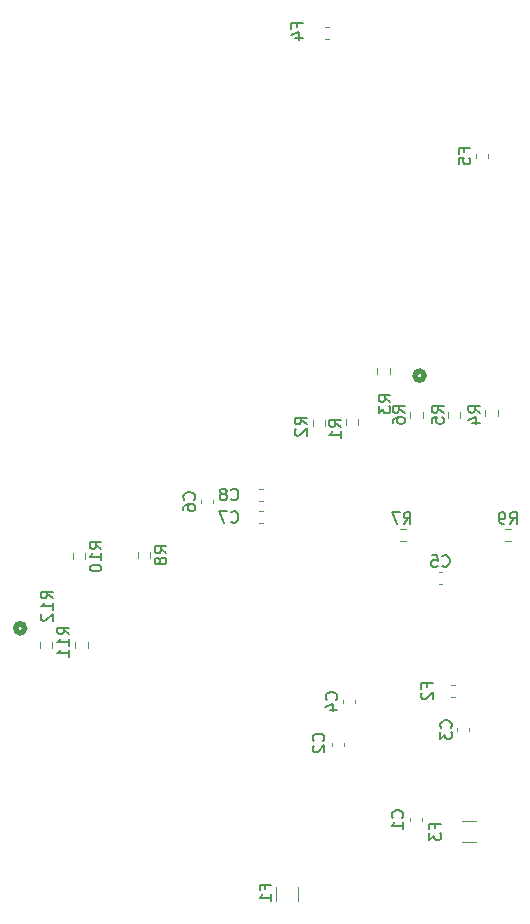
<source format=gbr>
%TF.GenerationSoftware,KiCad,Pcbnew,9.0.0*%
%TF.CreationDate,2025-03-23T00:24:25-05:00*%
%TF.ProjectId,WaterBlasterV2,57617465-7242-46c6-9173-74657256322e,rev?*%
%TF.SameCoordinates,Original*%
%TF.FileFunction,Legend,Bot*%
%TF.FilePolarity,Positive*%
%FSLAX46Y46*%
G04 Gerber Fmt 4.6, Leading zero omitted, Abs format (unit mm)*
G04 Created by KiCad (PCBNEW 9.0.0) date 2025-03-23 00:24:25*
%MOMM*%
%LPD*%
G01*
G04 APERTURE LIST*
%ADD10C,0.150000*%
%ADD11C,0.508000*%
%ADD12C,0.120000*%
G04 APERTURE END LIST*
D10*
X135859580Y-115413333D02*
X135907200Y-115365714D01*
X135907200Y-115365714D02*
X135954819Y-115222857D01*
X135954819Y-115222857D02*
X135954819Y-115127619D01*
X135954819Y-115127619D02*
X135907200Y-114984762D01*
X135907200Y-114984762D02*
X135811961Y-114889524D01*
X135811961Y-114889524D02*
X135716723Y-114841905D01*
X135716723Y-114841905D02*
X135526247Y-114794286D01*
X135526247Y-114794286D02*
X135383390Y-114794286D01*
X135383390Y-114794286D02*
X135192914Y-114841905D01*
X135192914Y-114841905D02*
X135097676Y-114889524D01*
X135097676Y-114889524D02*
X135002438Y-114984762D01*
X135002438Y-114984762D02*
X134954819Y-115127619D01*
X134954819Y-115127619D02*
X134954819Y-115222857D01*
X134954819Y-115222857D02*
X135002438Y-115365714D01*
X135002438Y-115365714D02*
X135050057Y-115413333D01*
X134954819Y-115746667D02*
X134954819Y-116365714D01*
X134954819Y-116365714D02*
X135335771Y-116032381D01*
X135335771Y-116032381D02*
X135335771Y-116175238D01*
X135335771Y-116175238D02*
X135383390Y-116270476D01*
X135383390Y-116270476D02*
X135431009Y-116318095D01*
X135431009Y-116318095D02*
X135526247Y-116365714D01*
X135526247Y-116365714D02*
X135764342Y-116365714D01*
X135764342Y-116365714D02*
X135859580Y-116318095D01*
X135859580Y-116318095D02*
X135907200Y-116270476D01*
X135907200Y-116270476D02*
X135954819Y-116175238D01*
X135954819Y-116175238D02*
X135954819Y-115889524D01*
X135954819Y-115889524D02*
X135907200Y-115794286D01*
X135907200Y-115794286D02*
X135859580Y-115746667D01*
X133831009Y-111966666D02*
X133831009Y-111633333D01*
X134354819Y-111633333D02*
X133354819Y-111633333D01*
X133354819Y-111633333D02*
X133354819Y-112109523D01*
X133450057Y-112442857D02*
X133402438Y-112490476D01*
X133402438Y-112490476D02*
X133354819Y-112585714D01*
X133354819Y-112585714D02*
X133354819Y-112823809D01*
X133354819Y-112823809D02*
X133402438Y-112919047D01*
X133402438Y-112919047D02*
X133450057Y-112966666D01*
X133450057Y-112966666D02*
X133545295Y-113014285D01*
X133545295Y-113014285D02*
X133640533Y-113014285D01*
X133640533Y-113014285D02*
X133783390Y-112966666D01*
X133783390Y-112966666D02*
X134354819Y-112395238D01*
X134354819Y-112395238D02*
X134354819Y-113014285D01*
X135136666Y-101699580D02*
X135184285Y-101747200D01*
X135184285Y-101747200D02*
X135327142Y-101794819D01*
X135327142Y-101794819D02*
X135422380Y-101794819D01*
X135422380Y-101794819D02*
X135565237Y-101747200D01*
X135565237Y-101747200D02*
X135660475Y-101651961D01*
X135660475Y-101651961D02*
X135708094Y-101556723D01*
X135708094Y-101556723D02*
X135755713Y-101366247D01*
X135755713Y-101366247D02*
X135755713Y-101223390D01*
X135755713Y-101223390D02*
X135708094Y-101032914D01*
X135708094Y-101032914D02*
X135660475Y-100937676D01*
X135660475Y-100937676D02*
X135565237Y-100842438D01*
X135565237Y-100842438D02*
X135422380Y-100794819D01*
X135422380Y-100794819D02*
X135327142Y-100794819D01*
X135327142Y-100794819D02*
X135184285Y-100842438D01*
X135184285Y-100842438D02*
X135136666Y-100890057D01*
X134231904Y-100794819D02*
X134708094Y-100794819D01*
X134708094Y-100794819D02*
X134755713Y-101271009D01*
X134755713Y-101271009D02*
X134708094Y-101223390D01*
X134708094Y-101223390D02*
X134612856Y-101175771D01*
X134612856Y-101175771D02*
X134374761Y-101175771D01*
X134374761Y-101175771D02*
X134279523Y-101223390D01*
X134279523Y-101223390D02*
X134231904Y-101271009D01*
X134231904Y-101271009D02*
X134184285Y-101366247D01*
X134184285Y-101366247D02*
X134184285Y-101604342D01*
X134184285Y-101604342D02*
X134231904Y-101699580D01*
X134231904Y-101699580D02*
X134279523Y-101747200D01*
X134279523Y-101747200D02*
X134374761Y-101794819D01*
X134374761Y-101794819D02*
X134612856Y-101794819D01*
X134612856Y-101794819D02*
X134708094Y-101747200D01*
X134708094Y-101747200D02*
X134755713Y-101699580D01*
X120153009Y-129039666D02*
X120153009Y-128706333D01*
X120676819Y-128706333D02*
X119676819Y-128706333D01*
X119676819Y-128706333D02*
X119676819Y-129182523D01*
X120676819Y-130087285D02*
X120676819Y-129515857D01*
X120676819Y-129801571D02*
X119676819Y-129801571D01*
X119676819Y-129801571D02*
X119819676Y-129706333D01*
X119819676Y-129706333D02*
X119914914Y-129611095D01*
X119914914Y-129611095D02*
X119962533Y-129515857D01*
X134531009Y-123866666D02*
X134531009Y-123533333D01*
X135054819Y-123533333D02*
X134054819Y-123533333D01*
X134054819Y-123533333D02*
X134054819Y-124009523D01*
X134054819Y-124295238D02*
X134054819Y-124914285D01*
X134054819Y-124914285D02*
X134435771Y-124580952D01*
X134435771Y-124580952D02*
X134435771Y-124723809D01*
X134435771Y-124723809D02*
X134483390Y-124819047D01*
X134483390Y-124819047D02*
X134531009Y-124866666D01*
X134531009Y-124866666D02*
X134626247Y-124914285D01*
X134626247Y-124914285D02*
X134864342Y-124914285D01*
X134864342Y-124914285D02*
X134959580Y-124866666D01*
X134959580Y-124866666D02*
X135007200Y-124819047D01*
X135007200Y-124819047D02*
X135054819Y-124723809D01*
X135054819Y-124723809D02*
X135054819Y-124438095D01*
X135054819Y-124438095D02*
X135007200Y-124342857D01*
X135007200Y-124342857D02*
X134959580Y-124295238D01*
X117266666Y-97959580D02*
X117314285Y-98007200D01*
X117314285Y-98007200D02*
X117457142Y-98054819D01*
X117457142Y-98054819D02*
X117552380Y-98054819D01*
X117552380Y-98054819D02*
X117695237Y-98007200D01*
X117695237Y-98007200D02*
X117790475Y-97911961D01*
X117790475Y-97911961D02*
X117838094Y-97816723D01*
X117838094Y-97816723D02*
X117885713Y-97626247D01*
X117885713Y-97626247D02*
X117885713Y-97483390D01*
X117885713Y-97483390D02*
X117838094Y-97292914D01*
X117838094Y-97292914D02*
X117790475Y-97197676D01*
X117790475Y-97197676D02*
X117695237Y-97102438D01*
X117695237Y-97102438D02*
X117552380Y-97054819D01*
X117552380Y-97054819D02*
X117457142Y-97054819D01*
X117457142Y-97054819D02*
X117314285Y-97102438D01*
X117314285Y-97102438D02*
X117266666Y-97150057D01*
X116933332Y-97054819D02*
X116266666Y-97054819D01*
X116266666Y-97054819D02*
X116695237Y-98054819D01*
X137001009Y-66654166D02*
X137001009Y-66320833D01*
X137524819Y-66320833D02*
X136524819Y-66320833D01*
X136524819Y-66320833D02*
X136524819Y-66797023D01*
X136524819Y-67654166D02*
X136524819Y-67177976D01*
X136524819Y-67177976D02*
X137001009Y-67130357D01*
X137001009Y-67130357D02*
X136953390Y-67177976D01*
X136953390Y-67177976D02*
X136905771Y-67273214D01*
X136905771Y-67273214D02*
X136905771Y-67511309D01*
X136905771Y-67511309D02*
X136953390Y-67606547D01*
X136953390Y-67606547D02*
X137001009Y-67654166D01*
X137001009Y-67654166D02*
X137096247Y-67701785D01*
X137096247Y-67701785D02*
X137334342Y-67701785D01*
X137334342Y-67701785D02*
X137429580Y-67654166D01*
X137429580Y-67654166D02*
X137477200Y-67606547D01*
X137477200Y-67606547D02*
X137524819Y-67511309D01*
X137524819Y-67511309D02*
X137524819Y-67273214D01*
X137524819Y-67273214D02*
X137477200Y-67177976D01*
X137477200Y-67177976D02*
X137429580Y-67130357D01*
X117266666Y-96059580D02*
X117314285Y-96107200D01*
X117314285Y-96107200D02*
X117457142Y-96154819D01*
X117457142Y-96154819D02*
X117552380Y-96154819D01*
X117552380Y-96154819D02*
X117695237Y-96107200D01*
X117695237Y-96107200D02*
X117790475Y-96011961D01*
X117790475Y-96011961D02*
X117838094Y-95916723D01*
X117838094Y-95916723D02*
X117885713Y-95726247D01*
X117885713Y-95726247D02*
X117885713Y-95583390D01*
X117885713Y-95583390D02*
X117838094Y-95392914D01*
X117838094Y-95392914D02*
X117790475Y-95297676D01*
X117790475Y-95297676D02*
X117695237Y-95202438D01*
X117695237Y-95202438D02*
X117552380Y-95154819D01*
X117552380Y-95154819D02*
X117457142Y-95154819D01*
X117457142Y-95154819D02*
X117314285Y-95202438D01*
X117314285Y-95202438D02*
X117266666Y-95250057D01*
X116695237Y-95583390D02*
X116790475Y-95535771D01*
X116790475Y-95535771D02*
X116838094Y-95488152D01*
X116838094Y-95488152D02*
X116885713Y-95392914D01*
X116885713Y-95392914D02*
X116885713Y-95345295D01*
X116885713Y-95345295D02*
X116838094Y-95250057D01*
X116838094Y-95250057D02*
X116790475Y-95202438D01*
X116790475Y-95202438D02*
X116695237Y-95154819D01*
X116695237Y-95154819D02*
X116504761Y-95154819D01*
X116504761Y-95154819D02*
X116409523Y-95202438D01*
X116409523Y-95202438D02*
X116361904Y-95250057D01*
X116361904Y-95250057D02*
X116314285Y-95345295D01*
X116314285Y-95345295D02*
X116314285Y-95392914D01*
X116314285Y-95392914D02*
X116361904Y-95488152D01*
X116361904Y-95488152D02*
X116409523Y-95535771D01*
X116409523Y-95535771D02*
X116504761Y-95583390D01*
X116504761Y-95583390D02*
X116695237Y-95583390D01*
X116695237Y-95583390D02*
X116790475Y-95631009D01*
X116790475Y-95631009D02*
X116838094Y-95678628D01*
X116838094Y-95678628D02*
X116885713Y-95773866D01*
X116885713Y-95773866D02*
X116885713Y-95964342D01*
X116885713Y-95964342D02*
X116838094Y-96059580D01*
X116838094Y-96059580D02*
X116790475Y-96107200D01*
X116790475Y-96107200D02*
X116695237Y-96154819D01*
X116695237Y-96154819D02*
X116504761Y-96154819D01*
X116504761Y-96154819D02*
X116409523Y-96107200D01*
X116409523Y-96107200D02*
X116361904Y-96059580D01*
X116361904Y-96059580D02*
X116314285Y-95964342D01*
X116314285Y-95964342D02*
X116314285Y-95773866D01*
X116314285Y-95773866D02*
X116361904Y-95678628D01*
X116361904Y-95678628D02*
X116409523Y-95631009D01*
X116409523Y-95631009D02*
X116504761Y-95583390D01*
X131759580Y-123033333D02*
X131807200Y-122985714D01*
X131807200Y-122985714D02*
X131854819Y-122842857D01*
X131854819Y-122842857D02*
X131854819Y-122747619D01*
X131854819Y-122747619D02*
X131807200Y-122604762D01*
X131807200Y-122604762D02*
X131711961Y-122509524D01*
X131711961Y-122509524D02*
X131616723Y-122461905D01*
X131616723Y-122461905D02*
X131426247Y-122414286D01*
X131426247Y-122414286D02*
X131283390Y-122414286D01*
X131283390Y-122414286D02*
X131092914Y-122461905D01*
X131092914Y-122461905D02*
X130997676Y-122509524D01*
X130997676Y-122509524D02*
X130902438Y-122604762D01*
X130902438Y-122604762D02*
X130854819Y-122747619D01*
X130854819Y-122747619D02*
X130854819Y-122842857D01*
X130854819Y-122842857D02*
X130902438Y-122985714D01*
X130902438Y-122985714D02*
X130950057Y-123033333D01*
X131854819Y-123985714D02*
X131854819Y-123414286D01*
X131854819Y-123700000D02*
X130854819Y-123700000D01*
X130854819Y-123700000D02*
X130997676Y-123604762D01*
X130997676Y-123604762D02*
X131092914Y-123509524D01*
X131092914Y-123509524D02*
X131140533Y-123414286D01*
X125059580Y-116533333D02*
X125107200Y-116485714D01*
X125107200Y-116485714D02*
X125154819Y-116342857D01*
X125154819Y-116342857D02*
X125154819Y-116247619D01*
X125154819Y-116247619D02*
X125107200Y-116104762D01*
X125107200Y-116104762D02*
X125011961Y-116009524D01*
X125011961Y-116009524D02*
X124916723Y-115961905D01*
X124916723Y-115961905D02*
X124726247Y-115914286D01*
X124726247Y-115914286D02*
X124583390Y-115914286D01*
X124583390Y-115914286D02*
X124392914Y-115961905D01*
X124392914Y-115961905D02*
X124297676Y-116009524D01*
X124297676Y-116009524D02*
X124202438Y-116104762D01*
X124202438Y-116104762D02*
X124154819Y-116247619D01*
X124154819Y-116247619D02*
X124154819Y-116342857D01*
X124154819Y-116342857D02*
X124202438Y-116485714D01*
X124202438Y-116485714D02*
X124250057Y-116533333D01*
X124250057Y-116914286D02*
X124202438Y-116961905D01*
X124202438Y-116961905D02*
X124154819Y-117057143D01*
X124154819Y-117057143D02*
X124154819Y-117295238D01*
X124154819Y-117295238D02*
X124202438Y-117390476D01*
X124202438Y-117390476D02*
X124250057Y-117438095D01*
X124250057Y-117438095D02*
X124345295Y-117485714D01*
X124345295Y-117485714D02*
X124440533Y-117485714D01*
X124440533Y-117485714D02*
X124583390Y-117438095D01*
X124583390Y-117438095D02*
X125154819Y-116866667D01*
X125154819Y-116866667D02*
X125154819Y-117485714D01*
X126169580Y-113033333D02*
X126217200Y-112985714D01*
X126217200Y-112985714D02*
X126264819Y-112842857D01*
X126264819Y-112842857D02*
X126264819Y-112747619D01*
X126264819Y-112747619D02*
X126217200Y-112604762D01*
X126217200Y-112604762D02*
X126121961Y-112509524D01*
X126121961Y-112509524D02*
X126026723Y-112461905D01*
X126026723Y-112461905D02*
X125836247Y-112414286D01*
X125836247Y-112414286D02*
X125693390Y-112414286D01*
X125693390Y-112414286D02*
X125502914Y-112461905D01*
X125502914Y-112461905D02*
X125407676Y-112509524D01*
X125407676Y-112509524D02*
X125312438Y-112604762D01*
X125312438Y-112604762D02*
X125264819Y-112747619D01*
X125264819Y-112747619D02*
X125264819Y-112842857D01*
X125264819Y-112842857D02*
X125312438Y-112985714D01*
X125312438Y-112985714D02*
X125360057Y-113033333D01*
X125598152Y-113890476D02*
X126264819Y-113890476D01*
X125217200Y-113652381D02*
X125931485Y-113414286D01*
X125931485Y-113414286D02*
X125931485Y-114033333D01*
X114118580Y-96099333D02*
X114166200Y-96051714D01*
X114166200Y-96051714D02*
X114213819Y-95908857D01*
X114213819Y-95908857D02*
X114213819Y-95813619D01*
X114213819Y-95813619D02*
X114166200Y-95670762D01*
X114166200Y-95670762D02*
X114070961Y-95575524D01*
X114070961Y-95575524D02*
X113975723Y-95527905D01*
X113975723Y-95527905D02*
X113785247Y-95480286D01*
X113785247Y-95480286D02*
X113642390Y-95480286D01*
X113642390Y-95480286D02*
X113451914Y-95527905D01*
X113451914Y-95527905D02*
X113356676Y-95575524D01*
X113356676Y-95575524D02*
X113261438Y-95670762D01*
X113261438Y-95670762D02*
X113213819Y-95813619D01*
X113213819Y-95813619D02*
X113213819Y-95908857D01*
X113213819Y-95908857D02*
X113261438Y-96051714D01*
X113261438Y-96051714D02*
X113309057Y-96099333D01*
X113213819Y-96956476D02*
X113213819Y-96766000D01*
X113213819Y-96766000D02*
X113261438Y-96670762D01*
X113261438Y-96670762D02*
X113309057Y-96623143D01*
X113309057Y-96623143D02*
X113451914Y-96527905D01*
X113451914Y-96527905D02*
X113642390Y-96480286D01*
X113642390Y-96480286D02*
X114023342Y-96480286D01*
X114023342Y-96480286D02*
X114118580Y-96527905D01*
X114118580Y-96527905D02*
X114166200Y-96575524D01*
X114166200Y-96575524D02*
X114213819Y-96670762D01*
X114213819Y-96670762D02*
X114213819Y-96861238D01*
X114213819Y-96861238D02*
X114166200Y-96956476D01*
X114166200Y-96956476D02*
X114118580Y-97004095D01*
X114118580Y-97004095D02*
X114023342Y-97051714D01*
X114023342Y-97051714D02*
X113785247Y-97051714D01*
X113785247Y-97051714D02*
X113690009Y-97004095D01*
X113690009Y-97004095D02*
X113642390Y-96956476D01*
X113642390Y-96956476D02*
X113594771Y-96861238D01*
X113594771Y-96861238D02*
X113594771Y-96670762D01*
X113594771Y-96670762D02*
X113642390Y-96575524D01*
X113642390Y-96575524D02*
X113690009Y-96527905D01*
X113690009Y-96527905D02*
X113785247Y-96480286D01*
X122831009Y-56066666D02*
X122831009Y-55733333D01*
X123354819Y-55733333D02*
X122354819Y-55733333D01*
X122354819Y-55733333D02*
X122354819Y-56209523D01*
X122688152Y-57019047D02*
X123354819Y-57019047D01*
X122307200Y-56780952D02*
X123021485Y-56542857D01*
X123021485Y-56542857D02*
X123021485Y-57161904D01*
X131866666Y-98154819D02*
X132199999Y-97678628D01*
X132438094Y-98154819D02*
X132438094Y-97154819D01*
X132438094Y-97154819D02*
X132057142Y-97154819D01*
X132057142Y-97154819D02*
X131961904Y-97202438D01*
X131961904Y-97202438D02*
X131914285Y-97250057D01*
X131914285Y-97250057D02*
X131866666Y-97345295D01*
X131866666Y-97345295D02*
X131866666Y-97488152D01*
X131866666Y-97488152D02*
X131914285Y-97583390D01*
X131914285Y-97583390D02*
X131961904Y-97631009D01*
X131961904Y-97631009D02*
X132057142Y-97678628D01*
X132057142Y-97678628D02*
X132438094Y-97678628D01*
X131533332Y-97154819D02*
X130866666Y-97154819D01*
X130866666Y-97154819D02*
X131295237Y-98154819D01*
X111784819Y-100633333D02*
X111308628Y-100300000D01*
X111784819Y-100061905D02*
X110784819Y-100061905D01*
X110784819Y-100061905D02*
X110784819Y-100442857D01*
X110784819Y-100442857D02*
X110832438Y-100538095D01*
X110832438Y-100538095D02*
X110880057Y-100585714D01*
X110880057Y-100585714D02*
X110975295Y-100633333D01*
X110975295Y-100633333D02*
X111118152Y-100633333D01*
X111118152Y-100633333D02*
X111213390Y-100585714D01*
X111213390Y-100585714D02*
X111261009Y-100538095D01*
X111261009Y-100538095D02*
X111308628Y-100442857D01*
X111308628Y-100442857D02*
X111308628Y-100061905D01*
X111213390Y-101204762D02*
X111165771Y-101109524D01*
X111165771Y-101109524D02*
X111118152Y-101061905D01*
X111118152Y-101061905D02*
X111022914Y-101014286D01*
X111022914Y-101014286D02*
X110975295Y-101014286D01*
X110975295Y-101014286D02*
X110880057Y-101061905D01*
X110880057Y-101061905D02*
X110832438Y-101109524D01*
X110832438Y-101109524D02*
X110784819Y-101204762D01*
X110784819Y-101204762D02*
X110784819Y-101395238D01*
X110784819Y-101395238D02*
X110832438Y-101490476D01*
X110832438Y-101490476D02*
X110880057Y-101538095D01*
X110880057Y-101538095D02*
X110975295Y-101585714D01*
X110975295Y-101585714D02*
X111022914Y-101585714D01*
X111022914Y-101585714D02*
X111118152Y-101538095D01*
X111118152Y-101538095D02*
X111165771Y-101490476D01*
X111165771Y-101490476D02*
X111213390Y-101395238D01*
X111213390Y-101395238D02*
X111213390Y-101204762D01*
X111213390Y-101204762D02*
X111261009Y-101109524D01*
X111261009Y-101109524D02*
X111308628Y-101061905D01*
X111308628Y-101061905D02*
X111403866Y-101014286D01*
X111403866Y-101014286D02*
X111594342Y-101014286D01*
X111594342Y-101014286D02*
X111689580Y-101061905D01*
X111689580Y-101061905D02*
X111737200Y-101109524D01*
X111737200Y-101109524D02*
X111784819Y-101204762D01*
X111784819Y-101204762D02*
X111784819Y-101395238D01*
X111784819Y-101395238D02*
X111737200Y-101490476D01*
X111737200Y-101490476D02*
X111689580Y-101538095D01*
X111689580Y-101538095D02*
X111594342Y-101585714D01*
X111594342Y-101585714D02*
X111403866Y-101585714D01*
X111403866Y-101585714D02*
X111308628Y-101538095D01*
X111308628Y-101538095D02*
X111261009Y-101490476D01*
X111261009Y-101490476D02*
X111213390Y-101395238D01*
X140866666Y-98154819D02*
X141199999Y-97678628D01*
X141438094Y-98154819D02*
X141438094Y-97154819D01*
X141438094Y-97154819D02*
X141057142Y-97154819D01*
X141057142Y-97154819D02*
X140961904Y-97202438D01*
X140961904Y-97202438D02*
X140914285Y-97250057D01*
X140914285Y-97250057D02*
X140866666Y-97345295D01*
X140866666Y-97345295D02*
X140866666Y-97488152D01*
X140866666Y-97488152D02*
X140914285Y-97583390D01*
X140914285Y-97583390D02*
X140961904Y-97631009D01*
X140961904Y-97631009D02*
X141057142Y-97678628D01*
X141057142Y-97678628D02*
X141438094Y-97678628D01*
X140390475Y-98154819D02*
X140199999Y-98154819D01*
X140199999Y-98154819D02*
X140104761Y-98107200D01*
X140104761Y-98107200D02*
X140057142Y-98059580D01*
X140057142Y-98059580D02*
X139961904Y-97916723D01*
X139961904Y-97916723D02*
X139914285Y-97726247D01*
X139914285Y-97726247D02*
X139914285Y-97345295D01*
X139914285Y-97345295D02*
X139961904Y-97250057D01*
X139961904Y-97250057D02*
X140009523Y-97202438D01*
X140009523Y-97202438D02*
X140104761Y-97154819D01*
X140104761Y-97154819D02*
X140295237Y-97154819D01*
X140295237Y-97154819D02*
X140390475Y-97202438D01*
X140390475Y-97202438D02*
X140438094Y-97250057D01*
X140438094Y-97250057D02*
X140485713Y-97345295D01*
X140485713Y-97345295D02*
X140485713Y-97583390D01*
X140485713Y-97583390D02*
X140438094Y-97678628D01*
X140438094Y-97678628D02*
X140390475Y-97726247D01*
X140390475Y-97726247D02*
X140295237Y-97773866D01*
X140295237Y-97773866D02*
X140104761Y-97773866D01*
X140104761Y-97773866D02*
X140009523Y-97726247D01*
X140009523Y-97726247D02*
X139961904Y-97678628D01*
X139961904Y-97678628D02*
X139914285Y-97583390D01*
X106284819Y-100257142D02*
X105808628Y-99923809D01*
X106284819Y-99685714D02*
X105284819Y-99685714D01*
X105284819Y-99685714D02*
X105284819Y-100066666D01*
X105284819Y-100066666D02*
X105332438Y-100161904D01*
X105332438Y-100161904D02*
X105380057Y-100209523D01*
X105380057Y-100209523D02*
X105475295Y-100257142D01*
X105475295Y-100257142D02*
X105618152Y-100257142D01*
X105618152Y-100257142D02*
X105713390Y-100209523D01*
X105713390Y-100209523D02*
X105761009Y-100161904D01*
X105761009Y-100161904D02*
X105808628Y-100066666D01*
X105808628Y-100066666D02*
X105808628Y-99685714D01*
X106284819Y-101209523D02*
X106284819Y-100638095D01*
X106284819Y-100923809D02*
X105284819Y-100923809D01*
X105284819Y-100923809D02*
X105427676Y-100828571D01*
X105427676Y-100828571D02*
X105522914Y-100733333D01*
X105522914Y-100733333D02*
X105570533Y-100638095D01*
X105284819Y-101828571D02*
X105284819Y-101923809D01*
X105284819Y-101923809D02*
X105332438Y-102019047D01*
X105332438Y-102019047D02*
X105380057Y-102066666D01*
X105380057Y-102066666D02*
X105475295Y-102114285D01*
X105475295Y-102114285D02*
X105665771Y-102161904D01*
X105665771Y-102161904D02*
X105903866Y-102161904D01*
X105903866Y-102161904D02*
X106094342Y-102114285D01*
X106094342Y-102114285D02*
X106189580Y-102066666D01*
X106189580Y-102066666D02*
X106237200Y-102019047D01*
X106237200Y-102019047D02*
X106284819Y-101923809D01*
X106284819Y-101923809D02*
X106284819Y-101828571D01*
X106284819Y-101828571D02*
X106237200Y-101733333D01*
X106237200Y-101733333D02*
X106189580Y-101685714D01*
X106189580Y-101685714D02*
X106094342Y-101638095D01*
X106094342Y-101638095D02*
X105903866Y-101590476D01*
X105903866Y-101590476D02*
X105665771Y-101590476D01*
X105665771Y-101590476D02*
X105475295Y-101638095D01*
X105475295Y-101638095D02*
X105380057Y-101685714D01*
X105380057Y-101685714D02*
X105332438Y-101733333D01*
X105332438Y-101733333D02*
X105284819Y-101828571D01*
X103554819Y-107502418D02*
X103078628Y-107169085D01*
X103554819Y-106930990D02*
X102554819Y-106930990D01*
X102554819Y-106930990D02*
X102554819Y-107311942D01*
X102554819Y-107311942D02*
X102602438Y-107407180D01*
X102602438Y-107407180D02*
X102650057Y-107454799D01*
X102650057Y-107454799D02*
X102745295Y-107502418D01*
X102745295Y-107502418D02*
X102888152Y-107502418D01*
X102888152Y-107502418D02*
X102983390Y-107454799D01*
X102983390Y-107454799D02*
X103031009Y-107407180D01*
X103031009Y-107407180D02*
X103078628Y-107311942D01*
X103078628Y-107311942D02*
X103078628Y-106930990D01*
X103554819Y-108454799D02*
X103554819Y-107883371D01*
X103554819Y-108169085D02*
X102554819Y-108169085D01*
X102554819Y-108169085D02*
X102697676Y-108073847D01*
X102697676Y-108073847D02*
X102792914Y-107978609D01*
X102792914Y-107978609D02*
X102840533Y-107883371D01*
X103554819Y-109407180D02*
X103554819Y-108835752D01*
X103554819Y-109121466D02*
X102554819Y-109121466D01*
X102554819Y-109121466D02*
X102697676Y-109026228D01*
X102697676Y-109026228D02*
X102792914Y-108930990D01*
X102792914Y-108930990D02*
X102840533Y-108835752D01*
X102154819Y-104457142D02*
X101678628Y-104123809D01*
X102154819Y-103885714D02*
X101154819Y-103885714D01*
X101154819Y-103885714D02*
X101154819Y-104266666D01*
X101154819Y-104266666D02*
X101202438Y-104361904D01*
X101202438Y-104361904D02*
X101250057Y-104409523D01*
X101250057Y-104409523D02*
X101345295Y-104457142D01*
X101345295Y-104457142D02*
X101488152Y-104457142D01*
X101488152Y-104457142D02*
X101583390Y-104409523D01*
X101583390Y-104409523D02*
X101631009Y-104361904D01*
X101631009Y-104361904D02*
X101678628Y-104266666D01*
X101678628Y-104266666D02*
X101678628Y-103885714D01*
X102154819Y-105409523D02*
X102154819Y-104838095D01*
X102154819Y-105123809D02*
X101154819Y-105123809D01*
X101154819Y-105123809D02*
X101297676Y-105028571D01*
X101297676Y-105028571D02*
X101392914Y-104933333D01*
X101392914Y-104933333D02*
X101440533Y-104838095D01*
X101250057Y-105790476D02*
X101202438Y-105838095D01*
X101202438Y-105838095D02*
X101154819Y-105933333D01*
X101154819Y-105933333D02*
X101154819Y-106171428D01*
X101154819Y-106171428D02*
X101202438Y-106266666D01*
X101202438Y-106266666D02*
X101250057Y-106314285D01*
X101250057Y-106314285D02*
X101345295Y-106361904D01*
X101345295Y-106361904D02*
X101440533Y-106361904D01*
X101440533Y-106361904D02*
X101583390Y-106314285D01*
X101583390Y-106314285D02*
X102154819Y-105742857D01*
X102154819Y-105742857D02*
X102154819Y-106361904D01*
X131954819Y-88733333D02*
X131478628Y-88400000D01*
X131954819Y-88161905D02*
X130954819Y-88161905D01*
X130954819Y-88161905D02*
X130954819Y-88542857D01*
X130954819Y-88542857D02*
X131002438Y-88638095D01*
X131002438Y-88638095D02*
X131050057Y-88685714D01*
X131050057Y-88685714D02*
X131145295Y-88733333D01*
X131145295Y-88733333D02*
X131288152Y-88733333D01*
X131288152Y-88733333D02*
X131383390Y-88685714D01*
X131383390Y-88685714D02*
X131431009Y-88638095D01*
X131431009Y-88638095D02*
X131478628Y-88542857D01*
X131478628Y-88542857D02*
X131478628Y-88161905D01*
X130954819Y-89590476D02*
X130954819Y-89400000D01*
X130954819Y-89400000D02*
X131002438Y-89304762D01*
X131002438Y-89304762D02*
X131050057Y-89257143D01*
X131050057Y-89257143D02*
X131192914Y-89161905D01*
X131192914Y-89161905D02*
X131383390Y-89114286D01*
X131383390Y-89114286D02*
X131764342Y-89114286D01*
X131764342Y-89114286D02*
X131859580Y-89161905D01*
X131859580Y-89161905D02*
X131907200Y-89209524D01*
X131907200Y-89209524D02*
X131954819Y-89304762D01*
X131954819Y-89304762D02*
X131954819Y-89495238D01*
X131954819Y-89495238D02*
X131907200Y-89590476D01*
X131907200Y-89590476D02*
X131859580Y-89638095D01*
X131859580Y-89638095D02*
X131764342Y-89685714D01*
X131764342Y-89685714D02*
X131526247Y-89685714D01*
X131526247Y-89685714D02*
X131431009Y-89638095D01*
X131431009Y-89638095D02*
X131383390Y-89590476D01*
X131383390Y-89590476D02*
X131335771Y-89495238D01*
X131335771Y-89495238D02*
X131335771Y-89304762D01*
X131335771Y-89304762D02*
X131383390Y-89209524D01*
X131383390Y-89209524D02*
X131431009Y-89161905D01*
X131431009Y-89161905D02*
X131526247Y-89114286D01*
X130754819Y-87833333D02*
X130278628Y-87500000D01*
X130754819Y-87261905D02*
X129754819Y-87261905D01*
X129754819Y-87261905D02*
X129754819Y-87642857D01*
X129754819Y-87642857D02*
X129802438Y-87738095D01*
X129802438Y-87738095D02*
X129850057Y-87785714D01*
X129850057Y-87785714D02*
X129945295Y-87833333D01*
X129945295Y-87833333D02*
X130088152Y-87833333D01*
X130088152Y-87833333D02*
X130183390Y-87785714D01*
X130183390Y-87785714D02*
X130231009Y-87738095D01*
X130231009Y-87738095D02*
X130278628Y-87642857D01*
X130278628Y-87642857D02*
X130278628Y-87261905D01*
X129754819Y-88166667D02*
X129754819Y-88785714D01*
X129754819Y-88785714D02*
X130135771Y-88452381D01*
X130135771Y-88452381D02*
X130135771Y-88595238D01*
X130135771Y-88595238D02*
X130183390Y-88690476D01*
X130183390Y-88690476D02*
X130231009Y-88738095D01*
X130231009Y-88738095D02*
X130326247Y-88785714D01*
X130326247Y-88785714D02*
X130564342Y-88785714D01*
X130564342Y-88785714D02*
X130659580Y-88738095D01*
X130659580Y-88738095D02*
X130707200Y-88690476D01*
X130707200Y-88690476D02*
X130754819Y-88595238D01*
X130754819Y-88595238D02*
X130754819Y-88309524D01*
X130754819Y-88309524D02*
X130707200Y-88214286D01*
X130707200Y-88214286D02*
X130659580Y-88166667D01*
X123654819Y-89726557D02*
X123178628Y-89393224D01*
X123654819Y-89155129D02*
X122654819Y-89155129D01*
X122654819Y-89155129D02*
X122654819Y-89536081D01*
X122654819Y-89536081D02*
X122702438Y-89631319D01*
X122702438Y-89631319D02*
X122750057Y-89678938D01*
X122750057Y-89678938D02*
X122845295Y-89726557D01*
X122845295Y-89726557D02*
X122988152Y-89726557D01*
X122988152Y-89726557D02*
X123083390Y-89678938D01*
X123083390Y-89678938D02*
X123131009Y-89631319D01*
X123131009Y-89631319D02*
X123178628Y-89536081D01*
X123178628Y-89536081D02*
X123178628Y-89155129D01*
X122750057Y-90107510D02*
X122702438Y-90155129D01*
X122702438Y-90155129D02*
X122654819Y-90250367D01*
X122654819Y-90250367D02*
X122654819Y-90488462D01*
X122654819Y-90488462D02*
X122702438Y-90583700D01*
X122702438Y-90583700D02*
X122750057Y-90631319D01*
X122750057Y-90631319D02*
X122845295Y-90678938D01*
X122845295Y-90678938D02*
X122940533Y-90678938D01*
X122940533Y-90678938D02*
X123083390Y-90631319D01*
X123083390Y-90631319D02*
X123654819Y-90059891D01*
X123654819Y-90059891D02*
X123654819Y-90678938D01*
X135254819Y-88733333D02*
X134778628Y-88400000D01*
X135254819Y-88161905D02*
X134254819Y-88161905D01*
X134254819Y-88161905D02*
X134254819Y-88542857D01*
X134254819Y-88542857D02*
X134302438Y-88638095D01*
X134302438Y-88638095D02*
X134350057Y-88685714D01*
X134350057Y-88685714D02*
X134445295Y-88733333D01*
X134445295Y-88733333D02*
X134588152Y-88733333D01*
X134588152Y-88733333D02*
X134683390Y-88685714D01*
X134683390Y-88685714D02*
X134731009Y-88638095D01*
X134731009Y-88638095D02*
X134778628Y-88542857D01*
X134778628Y-88542857D02*
X134778628Y-88161905D01*
X134254819Y-89638095D02*
X134254819Y-89161905D01*
X134254819Y-89161905D02*
X134731009Y-89114286D01*
X134731009Y-89114286D02*
X134683390Y-89161905D01*
X134683390Y-89161905D02*
X134635771Y-89257143D01*
X134635771Y-89257143D02*
X134635771Y-89495238D01*
X134635771Y-89495238D02*
X134683390Y-89590476D01*
X134683390Y-89590476D02*
X134731009Y-89638095D01*
X134731009Y-89638095D02*
X134826247Y-89685714D01*
X134826247Y-89685714D02*
X135064342Y-89685714D01*
X135064342Y-89685714D02*
X135159580Y-89638095D01*
X135159580Y-89638095D02*
X135207200Y-89590476D01*
X135207200Y-89590476D02*
X135254819Y-89495238D01*
X135254819Y-89495238D02*
X135254819Y-89257143D01*
X135254819Y-89257143D02*
X135207200Y-89161905D01*
X135207200Y-89161905D02*
X135159580Y-89114286D01*
X138354819Y-88733333D02*
X137878628Y-88400000D01*
X138354819Y-88161905D02*
X137354819Y-88161905D01*
X137354819Y-88161905D02*
X137354819Y-88542857D01*
X137354819Y-88542857D02*
X137402438Y-88638095D01*
X137402438Y-88638095D02*
X137450057Y-88685714D01*
X137450057Y-88685714D02*
X137545295Y-88733333D01*
X137545295Y-88733333D02*
X137688152Y-88733333D01*
X137688152Y-88733333D02*
X137783390Y-88685714D01*
X137783390Y-88685714D02*
X137831009Y-88638095D01*
X137831009Y-88638095D02*
X137878628Y-88542857D01*
X137878628Y-88542857D02*
X137878628Y-88161905D01*
X137688152Y-89590476D02*
X138354819Y-89590476D01*
X137307200Y-89352381D02*
X138021485Y-89114286D01*
X138021485Y-89114286D02*
X138021485Y-89733333D01*
X126554819Y-89933333D02*
X126078628Y-89600000D01*
X126554819Y-89361905D02*
X125554819Y-89361905D01*
X125554819Y-89361905D02*
X125554819Y-89742857D01*
X125554819Y-89742857D02*
X125602438Y-89838095D01*
X125602438Y-89838095D02*
X125650057Y-89885714D01*
X125650057Y-89885714D02*
X125745295Y-89933333D01*
X125745295Y-89933333D02*
X125888152Y-89933333D01*
X125888152Y-89933333D02*
X125983390Y-89885714D01*
X125983390Y-89885714D02*
X126031009Y-89838095D01*
X126031009Y-89838095D02*
X126078628Y-89742857D01*
X126078628Y-89742857D02*
X126078628Y-89361905D01*
X126554819Y-90885714D02*
X126554819Y-90314286D01*
X126554819Y-90600000D02*
X125554819Y-90600000D01*
X125554819Y-90600000D02*
X125697676Y-90504762D01*
X125697676Y-90504762D02*
X125792914Y-90409524D01*
X125792914Y-90409524D02*
X125840533Y-90314286D01*
D11*
%TO.C,J3*%
X133604000Y-85598000D02*
G75*
G02*
X132842000Y-85598000I-381000J0D01*
G01*
X132842000Y-85598000D02*
G75*
G02*
X133604000Y-85598000I381000J0D01*
G01*
%TO.C,J4*%
X99781000Y-106986700D02*
G75*
G02*
X99019000Y-106986700I-381000J0D01*
G01*
X99019000Y-106986700D02*
G75*
G02*
X99781000Y-106986700I381000J0D01*
G01*
D12*
%TO.C,C3*%
X137440000Y-115433733D02*
X137440000Y-115726267D01*
X136420000Y-115433733D02*
X136420000Y-115726267D01*
%TO.C,F2*%
X135877221Y-111770000D02*
X136202779Y-111770000D01*
X135877221Y-112790000D02*
X136202779Y-112790000D01*
%TO.C,C5*%
X135116267Y-103280000D02*
X134823733Y-103280000D01*
X135116267Y-102260000D02*
X134823733Y-102260000D01*
%TO.C,F1*%
X122910000Y-130102064D02*
X122910000Y-128897936D01*
X121090000Y-130102064D02*
X121090000Y-128897936D01*
%TO.C,F3*%
X136797936Y-123290000D02*
X138002064Y-123290000D01*
X136797936Y-125110000D02*
X138002064Y-125110000D01*
%TO.C,C7*%
X119653733Y-97090000D02*
X119946267Y-97090000D01*
X119653733Y-98110000D02*
X119946267Y-98110000D01*
%TO.C,F5*%
X137990000Y-66824721D02*
X137990000Y-67150279D01*
X139010000Y-66824721D02*
X139010000Y-67150279D01*
%TO.C,C8*%
X119653733Y-96210000D02*
X119946267Y-96210000D01*
X119653733Y-95190000D02*
X119946267Y-95190000D01*
%TO.C,C1*%
X132410000Y-123043733D02*
X132410000Y-123336267D01*
X133430000Y-123043733D02*
X133430000Y-123336267D01*
%TO.C,C2*%
X126860000Y-116996267D02*
X126860000Y-116703733D01*
X125840000Y-116996267D02*
X125840000Y-116703733D01*
%TO.C,C4*%
X126730000Y-113053733D02*
X126730000Y-113346267D01*
X127750000Y-113053733D02*
X127750000Y-113346267D01*
%TO.C,C6*%
X114679000Y-96119733D02*
X114679000Y-96412267D01*
X115699000Y-96119733D02*
X115699000Y-96412267D01*
%TO.C,F4*%
X125562779Y-57110000D02*
X125237221Y-57110000D01*
X125562779Y-56090000D02*
X125237221Y-56090000D01*
%TO.C,R7*%
X132054724Y-98577500D02*
X131545276Y-98577500D01*
X132054724Y-99622500D02*
X131545276Y-99622500D01*
%TO.C,R8*%
X110422500Y-101054724D02*
X110422500Y-100545276D01*
X109377500Y-101054724D02*
X109377500Y-100545276D01*
%TO.C,R9*%
X140954724Y-98577500D02*
X140445276Y-98577500D01*
X140954724Y-99622500D02*
X140445276Y-99622500D01*
%TO.C,R10*%
X104922500Y-101154724D02*
X104922500Y-100645276D01*
X103877500Y-101154724D02*
X103877500Y-100645276D01*
%TO.C,R11*%
X104077500Y-108157776D02*
X104077500Y-108667224D01*
X105122500Y-108157776D02*
X105122500Y-108667224D01*
%TO.C,R12*%
X101077500Y-108654724D02*
X101077500Y-108145276D01*
X102122500Y-108654724D02*
X102122500Y-108145276D01*
%TO.C,R6*%
X132446500Y-88645276D02*
X132446500Y-89154724D01*
X133491500Y-88645276D02*
X133491500Y-89154724D01*
%TO.C,R3*%
X129652500Y-85471724D02*
X129652500Y-84962276D01*
X130697500Y-85471724D02*
X130697500Y-84962276D01*
%TO.C,R2*%
X124191500Y-89893224D02*
X124191500Y-89383776D01*
X125236500Y-89893224D02*
X125236500Y-89383776D01*
%TO.C,R5*%
X135621500Y-88645276D02*
X135621500Y-89154724D01*
X136666500Y-88645276D02*
X136666500Y-89154724D01*
%TO.C,R4*%
X138796500Y-88518276D02*
X138796500Y-89027724D01*
X139841500Y-88518276D02*
X139841500Y-89027724D01*
%TO.C,R1*%
X126985500Y-89766224D02*
X126985500Y-89256776D01*
X128030500Y-89766224D02*
X128030500Y-89256776D01*
%TD*%
M02*

</source>
